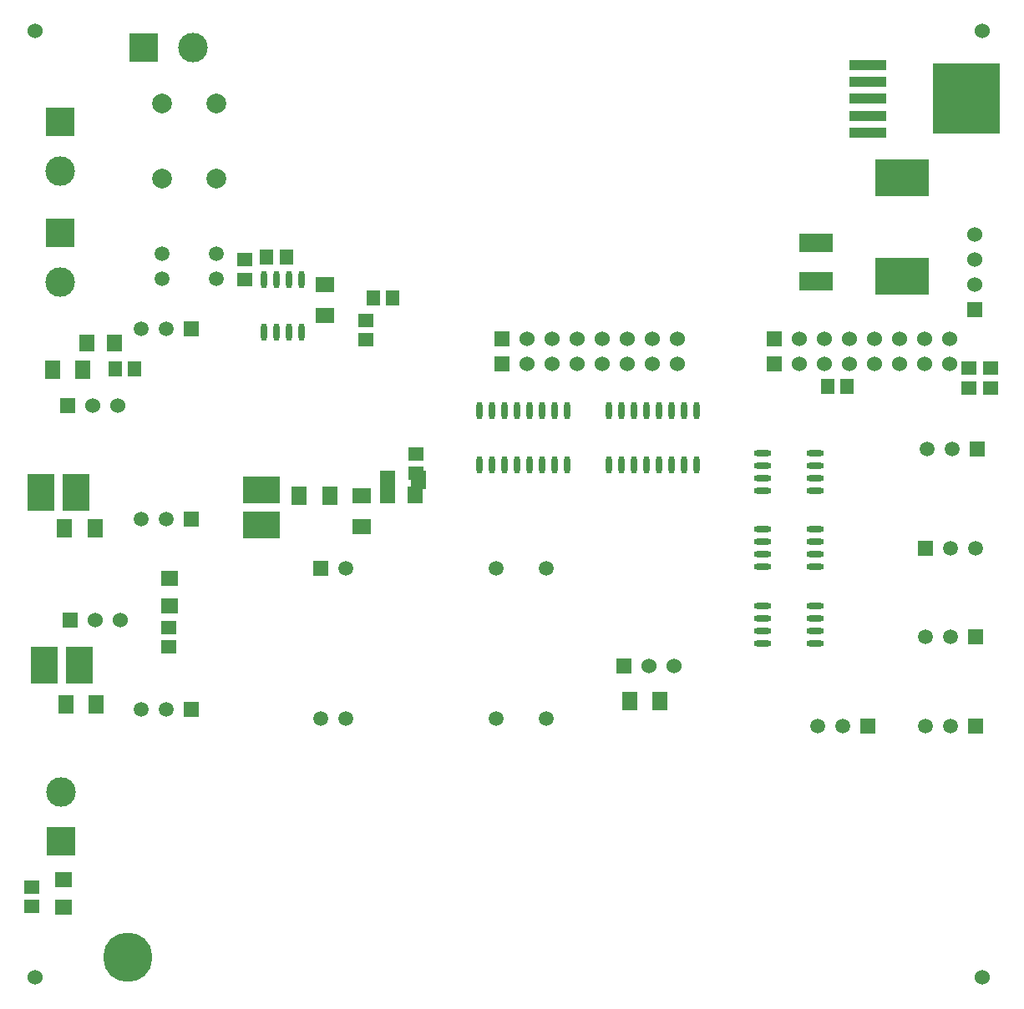
<source format=gbr>
G04 Layer_Color=255*
%FSLAX25Y25*%
%MOIN*%
%TF.FileFunction,Pads,Bot*%
%TF.Part,Single*%
G01*
G75*
%TA.AperFunction,SMDPad,CuDef*%
%ADD10R,0.05905X0.07480*%
%ADD11R,0.10709X0.14843*%
%ADD16R,0.05905X0.05512*%
%TA.AperFunction,ComponentPad*%
%ADD25R,0.06000X0.06000*%
%ADD26C,0.06000*%
%TA.AperFunction,WasherPad*%
%ADD27C,0.06000*%
%TA.AperFunction,ViaPad*%
%ADD28C,0.19685*%
%TA.AperFunction,ComponentPad*%
%ADD29R,0.11811X0.11811*%
%ADD30C,0.11811*%
%ADD31R,0.11811X0.11811*%
%ADD32C,0.05905*%
%ADD33R,0.05905X0.05905*%
%ADD34R,0.06000X0.06000*%
%ADD35R,0.05905X0.05905*%
%ADD36C,0.07874*%
%TA.AperFunction,SMDPad,CuDef*%
%ADD41R,0.13386X0.07480*%
%ADD42R,0.21654X0.14961*%
%ADD43R,0.26772X0.28346*%
%ADD44R,0.14961X0.04134*%
%ADD45R,0.07087X0.06299*%
%ADD46R,0.05512X0.05905*%
%ADD47O,0.07087X0.02362*%
%ADD48O,0.02362X0.07087*%
%ADD49R,0.07480X0.05905*%
%ADD50R,0.06299X0.07087*%
%ADD51R,0.14843X0.10709*%
D10*
X148520Y178932D02*
D03*
X160724D02*
D03*
X31702Y159831D02*
D03*
X19498D02*
D03*
X257202Y90600D02*
D03*
X244998D02*
D03*
X125402Y172800D02*
D03*
X113198D02*
D03*
X32202Y89200D02*
D03*
X19998D02*
D03*
X26802Y222900D02*
D03*
X14598D02*
D03*
D11*
X25269Y104900D02*
D03*
X11332D02*
D03*
X23968Y174000D02*
D03*
X10031D02*
D03*
D16*
X6400Y16437D02*
D03*
Y8563D02*
D03*
X389000Y215663D02*
D03*
Y223537D02*
D03*
X380300Y215863D02*
D03*
Y223737D02*
D03*
X91400Y266937D02*
D03*
Y259063D02*
D03*
X139600Y234931D02*
D03*
Y242806D02*
D03*
X159600Y189437D02*
D03*
Y181563D02*
D03*
X61200Y112263D02*
D03*
Y120137D02*
D03*
D25*
X382600Y246900D02*
D03*
D26*
Y256900D02*
D03*
Y266900D02*
D03*
Y276900D02*
D03*
X214100Y235300D02*
D03*
X204100D02*
D03*
X264100D02*
D03*
X254100D02*
D03*
X244100D02*
D03*
X234100D02*
D03*
X224100D02*
D03*
X214100Y225300D02*
D03*
X204100D02*
D03*
X264100D02*
D03*
X254100D02*
D03*
X244100D02*
D03*
X234100D02*
D03*
X224100D02*
D03*
X322600D02*
D03*
X312600D02*
D03*
X372600D02*
D03*
X362600D02*
D03*
X352600D02*
D03*
X342600D02*
D03*
X332600D02*
D03*
X322600Y235300D02*
D03*
X312600D02*
D03*
X372600D02*
D03*
X362600D02*
D03*
X352600D02*
D03*
X342600D02*
D03*
X332600D02*
D03*
X252600Y104800D02*
D03*
X262600D02*
D03*
X31584Y123000D02*
D03*
X41584D02*
D03*
X30600Y208800D02*
D03*
X40600D02*
D03*
D27*
X7600Y358253D02*
D03*
X385553D02*
D03*
Y-19700D02*
D03*
X7600D02*
D03*
D28*
X44700Y-11600D02*
D03*
D29*
X18100Y34558D02*
D03*
X17866Y322143D02*
D03*
Y277642D02*
D03*
D30*
X18100Y54242D02*
D03*
X70655Y351800D02*
D03*
X17866Y302457D02*
D03*
Y257958D02*
D03*
D31*
X50970Y351800D02*
D03*
D32*
X50100Y239300D02*
D03*
X60100D02*
D03*
X50100Y163350D02*
D03*
X60100D02*
D03*
X50100Y87400D02*
D03*
X60100D02*
D03*
X363700Y191300D02*
D03*
X373700D02*
D03*
X383100Y151800D02*
D03*
X373100D02*
D03*
X320100Y80800D02*
D03*
X330100D02*
D03*
X363100Y80800D02*
D03*
X373100D02*
D03*
X363100Y116341D02*
D03*
X373100D02*
D03*
X211700Y143700D02*
D03*
X191700D02*
D03*
X131700D02*
D03*
X121700Y83700D02*
D03*
X211700D02*
D03*
X191700D02*
D03*
X131700D02*
D03*
X58479Y269300D02*
D03*
Y259300D02*
D03*
X79979Y269300D02*
D03*
Y259300D02*
D03*
D33*
X70100Y239300D02*
D03*
Y163350D02*
D03*
Y87400D02*
D03*
X383700Y191300D02*
D03*
X363100Y151800D02*
D03*
X340100Y80800D02*
D03*
X383100Y80800D02*
D03*
Y116341D02*
D03*
D34*
X194100Y235300D02*
D03*
Y225300D02*
D03*
X302600D02*
D03*
Y235300D02*
D03*
X242600Y104800D02*
D03*
X21584Y123000D02*
D03*
X20600Y208800D02*
D03*
D35*
X121700Y143700D02*
D03*
D36*
X58479Y329300D02*
D03*
Y299300D02*
D03*
X79979Y329300D02*
D03*
Y299300D02*
D03*
D41*
X319300Y258323D02*
D03*
Y273677D02*
D03*
D42*
X353700Y299785D02*
D03*
Y260415D02*
D03*
D43*
X379332Y331200D02*
D03*
D44*
X339962Y344586D02*
D03*
Y337893D02*
D03*
Y331200D02*
D03*
Y324507D02*
D03*
Y317814D02*
D03*
D45*
X19000Y8388D02*
D03*
Y19412D02*
D03*
X61300Y128788D02*
D03*
Y139812D02*
D03*
D46*
X323963Y216300D02*
D03*
X331837D02*
D03*
X100063Y267900D02*
D03*
X107937D02*
D03*
X142563Y251606D02*
D03*
X150437D02*
D03*
X47437Y223200D02*
D03*
X39563D02*
D03*
D47*
X298167Y174800D02*
D03*
Y179800D02*
D03*
Y184800D02*
D03*
Y189800D02*
D03*
X319033Y174800D02*
D03*
Y179800D02*
D03*
Y184800D02*
D03*
Y189800D02*
D03*
X298167Y144300D02*
D03*
Y149300D02*
D03*
Y154300D02*
D03*
Y159300D02*
D03*
X319033Y144300D02*
D03*
Y149300D02*
D03*
Y154300D02*
D03*
Y159300D02*
D03*
X298167Y113800D02*
D03*
Y118800D02*
D03*
Y123800D02*
D03*
Y128800D02*
D03*
X319033Y113800D02*
D03*
Y118800D02*
D03*
Y123800D02*
D03*
Y128800D02*
D03*
D48*
X236600Y206627D02*
D03*
X241600D02*
D03*
X246600D02*
D03*
X251600D02*
D03*
X256600D02*
D03*
X261600D02*
D03*
X266600D02*
D03*
X271600D02*
D03*
X236600Y184973D02*
D03*
X241600D02*
D03*
X246600D02*
D03*
X251600D02*
D03*
X256600D02*
D03*
X261600D02*
D03*
X266600D02*
D03*
X271600D02*
D03*
X185100Y206627D02*
D03*
X190100D02*
D03*
X195100D02*
D03*
X200100D02*
D03*
X205100D02*
D03*
X210100D02*
D03*
X215100D02*
D03*
X220100D02*
D03*
X185100Y184973D02*
D03*
X190100D02*
D03*
X195100D02*
D03*
X200100D02*
D03*
X205100D02*
D03*
X210100D02*
D03*
X215100D02*
D03*
X220100D02*
D03*
X114000Y238167D02*
D03*
X109000D02*
D03*
X104000D02*
D03*
X99000D02*
D03*
X114000Y259033D02*
D03*
X109000D02*
D03*
X104000D02*
D03*
X99000D02*
D03*
D49*
X123400Y257002D02*
D03*
Y244798D02*
D03*
X138000Y172602D02*
D03*
Y160398D02*
D03*
D50*
X159312Y172900D02*
D03*
X148288D02*
D03*
X39424Y233600D02*
D03*
X28400D02*
D03*
D51*
X97900Y175068D02*
D03*
Y161132D02*
D03*
%TF.MD5,d87dc097e439b4fcdf6974e8f45966cc*%
M02*

</source>
